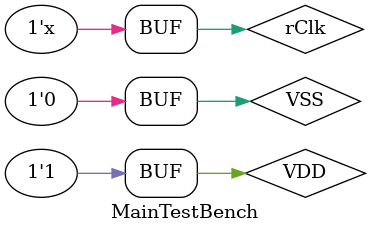
<source format=v>
`timescale 1ns / 1ps


module MainTestBench();
    
    reg rClk;
    supply0 VSS;
    supply1 VDD;
    wire[3:0] wEN;
    wire[7:0] wDATA;
    wire wBz, wCarr;
    parameter pHalfT = 5;
    
    Main mainTest
    (
        .wCLK(rClk),
        .wModeSel(VDD),
        .wBtnRst(VSS),
        .wBtnFlip(VDD),
        .wEnSound(VSS),
        .wBuzzer(wBz),
        .wCar(wCarr),
        .wEns(wEN),
        .wDisp(wDATA)
    );
       
    initial
    begin
        rClk = 1'b0;
    end
    
    always
    begin
        #pHalfT rClk <= ~rClk;
    end
    
    
    
endmodule

</source>
